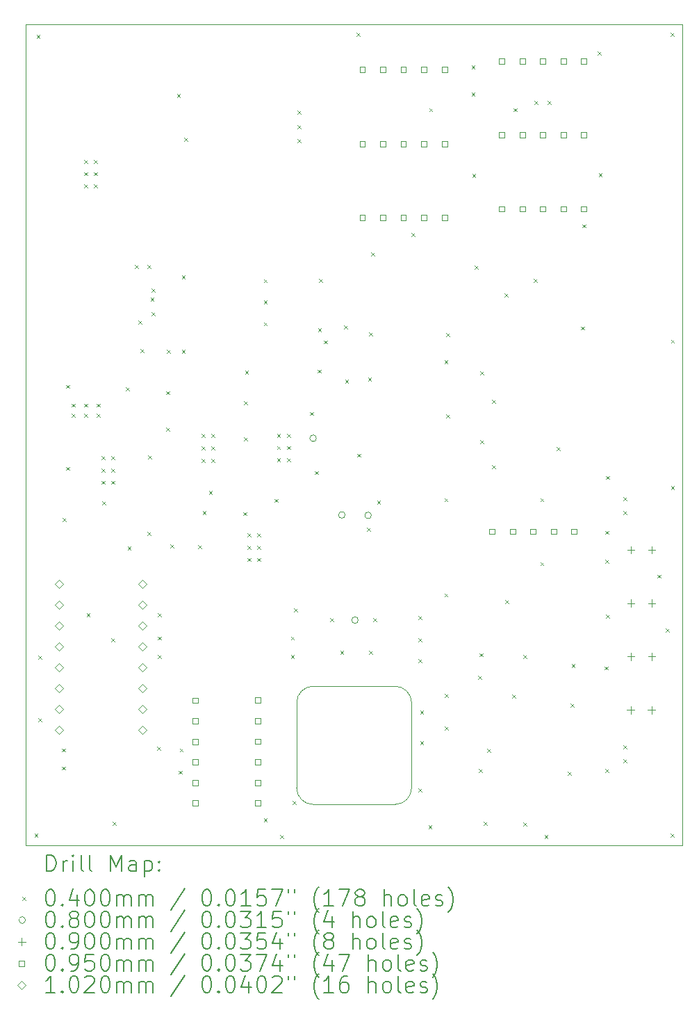
<source format=gbr>
%TF.GenerationSoftware,KiCad,Pcbnew,(6.0.8)*%
%TF.CreationDate,2023-12-15T13:23:07-05:00*%
%TF.ProjectId,main_pcb,6d61696e-5f70-4636-922e-6b696361645f,rev?*%
%TF.SameCoordinates,Original*%
%TF.FileFunction,Drillmap*%
%TF.FilePolarity,Positive*%
%FSLAX45Y45*%
G04 Gerber Fmt 4.5, Leading zero omitted, Abs format (unit mm)*
G04 Created by KiCad (PCBNEW (6.0.8)) date 2023-12-15 13:23:07*
%MOMM*%
%LPD*%
G01*
G04 APERTURE LIST*
%ADD10C,0.100000*%
%ADD11C,0.200000*%
%ADD12C,0.040000*%
%ADD13C,0.080000*%
%ADD14C,0.090000*%
%ADD15C,0.095000*%
%ADD16C,0.102000*%
G04 APERTURE END LIST*
D10*
X8300000Y-14300000D02*
G75*
G03*
X8500000Y-14500000I200000J0D01*
G01*
X13000000Y-15000000D02*
X5000000Y-15000000D01*
X5000000Y-15000000D02*
X5000000Y-5000000D01*
X5000000Y-5000000D02*
X13000000Y-5000000D01*
X13000000Y-5000000D02*
X13000000Y-15000000D01*
X8500000Y-13061420D02*
G75*
G03*
X8300000Y-13261421I0J-200000D01*
G01*
X8500000Y-14500000D02*
X9500000Y-14500000D01*
X9700000Y-14300000D02*
X9700000Y-13261421D01*
X9500000Y-14500000D02*
G75*
G03*
X9700000Y-14300000I0J200000D01*
G01*
X9500000Y-13061421D02*
X8500000Y-13061421D01*
X8300000Y-13261421D02*
X8300000Y-14300000D01*
X9699999Y-13261421D02*
G75*
G03*
X9500000Y-13061421I-199999J1D01*
G01*
D11*
D12*
X5105000Y-14855000D02*
X5145000Y-14895000D01*
X5145000Y-14855000D02*
X5105000Y-14895000D01*
X5130000Y-5130000D02*
X5170000Y-5170000D01*
X5170000Y-5130000D02*
X5130000Y-5170000D01*
X5150000Y-12690000D02*
X5190000Y-12730000D01*
X5190000Y-12690000D02*
X5150000Y-12730000D01*
X5150000Y-13450000D02*
X5190000Y-13490000D01*
X5190000Y-13450000D02*
X5150000Y-13490000D01*
X5440000Y-13820000D02*
X5480000Y-13860000D01*
X5480000Y-13820000D02*
X5440000Y-13860000D01*
X5440000Y-14040000D02*
X5480000Y-14080000D01*
X5480000Y-14040000D02*
X5440000Y-14080000D01*
X5450000Y-11010000D02*
X5490000Y-11050000D01*
X5490000Y-11010000D02*
X5450000Y-11050000D01*
X5490000Y-9390000D02*
X5530000Y-9430000D01*
X5530000Y-9390000D02*
X5490000Y-9430000D01*
X5490000Y-10390000D02*
X5530000Y-10430000D01*
X5530000Y-10390000D02*
X5490000Y-10430000D01*
X5560000Y-9620000D02*
X5600000Y-9660000D01*
X5600000Y-9620000D02*
X5560000Y-9660000D01*
X5560000Y-9740000D02*
X5600000Y-9780000D01*
X5600000Y-9740000D02*
X5560000Y-9780000D01*
X5710000Y-6650000D02*
X5750000Y-6690000D01*
X5750000Y-6650000D02*
X5710000Y-6690000D01*
X5710000Y-6800000D02*
X5750000Y-6840000D01*
X5750000Y-6800000D02*
X5710000Y-6840000D01*
X5710000Y-6950000D02*
X5750000Y-6990000D01*
X5750000Y-6950000D02*
X5710000Y-6990000D01*
X5710000Y-9620000D02*
X5750000Y-9660000D01*
X5750000Y-9620000D02*
X5710000Y-9660000D01*
X5710000Y-9740000D02*
X5750000Y-9780000D01*
X5750000Y-9740000D02*
X5710000Y-9780000D01*
X5740000Y-12170000D02*
X5780000Y-12210000D01*
X5780000Y-12170000D02*
X5740000Y-12210000D01*
X5830000Y-6650000D02*
X5870000Y-6690000D01*
X5870000Y-6650000D02*
X5830000Y-6690000D01*
X5830000Y-6800000D02*
X5870000Y-6840000D01*
X5870000Y-6800000D02*
X5830000Y-6840000D01*
X5830000Y-6950000D02*
X5870000Y-6990000D01*
X5870000Y-6950000D02*
X5830000Y-6990000D01*
X5860000Y-9620000D02*
X5900000Y-9660000D01*
X5900000Y-9620000D02*
X5860000Y-9660000D01*
X5860000Y-9740000D02*
X5900000Y-9780000D01*
X5900000Y-9740000D02*
X5860000Y-9780000D01*
X5920000Y-10260000D02*
X5960000Y-10300000D01*
X5960000Y-10260000D02*
X5920000Y-10300000D01*
X5920000Y-10410000D02*
X5960000Y-10450000D01*
X5960000Y-10410000D02*
X5920000Y-10450000D01*
X5920000Y-10560000D02*
X5960000Y-10600000D01*
X5960000Y-10560000D02*
X5920000Y-10600000D01*
X5930000Y-10810000D02*
X5970000Y-10850000D01*
X5970000Y-10810000D02*
X5930000Y-10850000D01*
X6040000Y-10260000D02*
X6080000Y-10300000D01*
X6080000Y-10260000D02*
X6040000Y-10300000D01*
X6040000Y-10410000D02*
X6080000Y-10450000D01*
X6080000Y-10410000D02*
X6040000Y-10450000D01*
X6040000Y-10560000D02*
X6080000Y-10600000D01*
X6080000Y-10560000D02*
X6040000Y-10600000D01*
X6040000Y-12480000D02*
X6080000Y-12520000D01*
X6080000Y-12480000D02*
X6040000Y-12520000D01*
X6060000Y-14710000D02*
X6100000Y-14750000D01*
X6100000Y-14710000D02*
X6060000Y-14750000D01*
X6220000Y-9420000D02*
X6260000Y-9460000D01*
X6260000Y-9420000D02*
X6220000Y-9460000D01*
X6240000Y-11360000D02*
X6280000Y-11400000D01*
X6280000Y-11360000D02*
X6240000Y-11400000D01*
X6330000Y-7930000D02*
X6370000Y-7970000D01*
X6370000Y-7930000D02*
X6330000Y-7970000D01*
X6369200Y-8606250D02*
X6409200Y-8646250D01*
X6409200Y-8606250D02*
X6369200Y-8646250D01*
X6395000Y-8955000D02*
X6435000Y-8995000D01*
X6435000Y-8955000D02*
X6395000Y-8995000D01*
X6480000Y-7930000D02*
X6520000Y-7970000D01*
X6520000Y-7930000D02*
X6480000Y-7970000D01*
X6480000Y-11180000D02*
X6520000Y-11220000D01*
X6520000Y-11180000D02*
X6480000Y-11220000D01*
X6490000Y-10250000D02*
X6530000Y-10290000D01*
X6530000Y-10250000D02*
X6490000Y-10290000D01*
X6520000Y-8330000D02*
X6560000Y-8370000D01*
X6560000Y-8330000D02*
X6520000Y-8370000D01*
X6530000Y-8218100D02*
X6570000Y-8258100D01*
X6570000Y-8218100D02*
X6530000Y-8258100D01*
X6534300Y-8504300D02*
X6574300Y-8544300D01*
X6574300Y-8504300D02*
X6534300Y-8544300D01*
X6600000Y-13795000D02*
X6640000Y-13835000D01*
X6640000Y-13795000D02*
X6600000Y-13835000D01*
X6605000Y-12455000D02*
X6645000Y-12495000D01*
X6645000Y-12455000D02*
X6605000Y-12495000D01*
X6605000Y-12680000D02*
X6645000Y-12720000D01*
X6645000Y-12680000D02*
X6605000Y-12720000D01*
X6610000Y-12170000D02*
X6650000Y-12210000D01*
X6650000Y-12170000D02*
X6610000Y-12210000D01*
X6710000Y-9910000D02*
X6750000Y-9950000D01*
X6750000Y-9910000D02*
X6710000Y-9950000D01*
X6711000Y-9466900D02*
X6751000Y-9506900D01*
X6751000Y-9466900D02*
X6711000Y-9506900D01*
X6717500Y-8965000D02*
X6757500Y-9005000D01*
X6757500Y-8965000D02*
X6717500Y-9005000D01*
X6761800Y-11333800D02*
X6801800Y-11373800D01*
X6801800Y-11333800D02*
X6761800Y-11373800D01*
X6840000Y-5850000D02*
X6880000Y-5890000D01*
X6880000Y-5850000D02*
X6840000Y-5890000D01*
X6865000Y-14090000D02*
X6905000Y-14130000D01*
X6905000Y-14090000D02*
X6865000Y-14130000D01*
X6875000Y-13820000D02*
X6915000Y-13860000D01*
X6915000Y-13820000D02*
X6875000Y-13860000D01*
X6901250Y-8060000D02*
X6941250Y-8100000D01*
X6941250Y-8060000D02*
X6901250Y-8100000D01*
X6901250Y-8964150D02*
X6941250Y-9004150D01*
X6941250Y-8964150D02*
X6901250Y-9004150D01*
X6930000Y-6380000D02*
X6970000Y-6420000D01*
X6970000Y-6380000D02*
X6930000Y-6420000D01*
X7100000Y-11340000D02*
X7140000Y-11380000D01*
X7140000Y-11340000D02*
X7100000Y-11380000D01*
X7140000Y-9990000D02*
X7180000Y-10030000D01*
X7180000Y-9990000D02*
X7140000Y-10030000D01*
X7140000Y-10140000D02*
X7180000Y-10180000D01*
X7180000Y-10140000D02*
X7140000Y-10180000D01*
X7140000Y-10290000D02*
X7180000Y-10330000D01*
X7180000Y-10290000D02*
X7140000Y-10330000D01*
X7155000Y-10930000D02*
X7195000Y-10970000D01*
X7195000Y-10930000D02*
X7155000Y-10970000D01*
X7230000Y-10680000D02*
X7270000Y-10720000D01*
X7270000Y-10680000D02*
X7230000Y-10720000D01*
X7260000Y-9990000D02*
X7300000Y-10030000D01*
X7300000Y-9990000D02*
X7260000Y-10030000D01*
X7260000Y-10140000D02*
X7300000Y-10180000D01*
X7300000Y-10140000D02*
X7260000Y-10180000D01*
X7260000Y-10290000D02*
X7300000Y-10330000D01*
X7300000Y-10290000D02*
X7260000Y-10330000D01*
X7650000Y-10940000D02*
X7690000Y-10980000D01*
X7690000Y-10940000D02*
X7650000Y-10980000D01*
X7660000Y-9590000D02*
X7700000Y-9630000D01*
X7700000Y-9590000D02*
X7660000Y-9630000D01*
X7660000Y-10030000D02*
X7700000Y-10070000D01*
X7700000Y-10030000D02*
X7660000Y-10070000D01*
X7670000Y-9220000D02*
X7710000Y-9260000D01*
X7710000Y-9220000D02*
X7670000Y-9260000D01*
X7700000Y-11200000D02*
X7740000Y-11240000D01*
X7740000Y-11200000D02*
X7700000Y-11240000D01*
X7700000Y-11350000D02*
X7740000Y-11390000D01*
X7740000Y-11350000D02*
X7700000Y-11390000D01*
X7700000Y-11500000D02*
X7740000Y-11540000D01*
X7740000Y-11500000D02*
X7700000Y-11540000D01*
X7820000Y-11200000D02*
X7860000Y-11240000D01*
X7860000Y-11200000D02*
X7820000Y-11240000D01*
X7820000Y-11350000D02*
X7860000Y-11390000D01*
X7860000Y-11350000D02*
X7820000Y-11390000D01*
X7820000Y-11500000D02*
X7860000Y-11540000D01*
X7860000Y-11500000D02*
X7820000Y-11540000D01*
X7900000Y-8105000D02*
X7940000Y-8145000D01*
X7940000Y-8105000D02*
X7900000Y-8145000D01*
X7900000Y-8360000D02*
X7940000Y-8400000D01*
X7940000Y-8360000D02*
X7900000Y-8400000D01*
X7900000Y-8630000D02*
X7940000Y-8670000D01*
X7940000Y-8630000D02*
X7900000Y-8670000D01*
X7900000Y-14670000D02*
X7940000Y-14710000D01*
X7940000Y-14670000D02*
X7900000Y-14710000D01*
X8030000Y-10780000D02*
X8070000Y-10820000D01*
X8070000Y-10780000D02*
X8030000Y-10820000D01*
X8060000Y-9987000D02*
X8100000Y-10027000D01*
X8100000Y-9987000D02*
X8060000Y-10027000D01*
X8060000Y-10137000D02*
X8100000Y-10177000D01*
X8100000Y-10137000D02*
X8060000Y-10177000D01*
X8060000Y-10287000D02*
X8100000Y-10327000D01*
X8100000Y-10287000D02*
X8060000Y-10327000D01*
X8100000Y-14870000D02*
X8140000Y-14910000D01*
X8140000Y-14870000D02*
X8100000Y-14910000D01*
X8180000Y-9987000D02*
X8220000Y-10027000D01*
X8220000Y-9987000D02*
X8180000Y-10027000D01*
X8180000Y-10137000D02*
X8220000Y-10177000D01*
X8220000Y-10137000D02*
X8180000Y-10177000D01*
X8180000Y-10287000D02*
X8220000Y-10327000D01*
X8220000Y-10287000D02*
X8180000Y-10327000D01*
X8230000Y-12455000D02*
X8270000Y-12495000D01*
X8270000Y-12455000D02*
X8230000Y-12495000D01*
X8230000Y-12680000D02*
X8270000Y-12720000D01*
X8270000Y-12680000D02*
X8230000Y-12720000D01*
X8250000Y-14460000D02*
X8290000Y-14500000D01*
X8290000Y-14460000D02*
X8250000Y-14500000D01*
X8270000Y-12110000D02*
X8310000Y-12150000D01*
X8310000Y-12110000D02*
X8270000Y-12150000D01*
X8310000Y-6050000D02*
X8350000Y-6090000D01*
X8350000Y-6050000D02*
X8310000Y-6090000D01*
X8310000Y-6230000D02*
X8350000Y-6270000D01*
X8350000Y-6230000D02*
X8310000Y-6270000D01*
X8310000Y-6400000D02*
X8350000Y-6440000D01*
X8350000Y-6400000D02*
X8310000Y-6440000D01*
X8460000Y-9720000D02*
X8500000Y-9760000D01*
X8500000Y-9720000D02*
X8460000Y-9760000D01*
X8520000Y-10440000D02*
X8560000Y-10480000D01*
X8560000Y-10440000D02*
X8520000Y-10480000D01*
X8555000Y-9205000D02*
X8595000Y-9245000D01*
X8595000Y-9205000D02*
X8555000Y-9245000D01*
X8560000Y-8700000D02*
X8600000Y-8740000D01*
X8600000Y-8700000D02*
X8560000Y-8740000D01*
X8570000Y-8100000D02*
X8610000Y-8140000D01*
X8610000Y-8100000D02*
X8570000Y-8140000D01*
X8629250Y-8850000D02*
X8669250Y-8890000D01*
X8669250Y-8850000D02*
X8629250Y-8890000D01*
X8710000Y-12230000D02*
X8750000Y-12270000D01*
X8750000Y-12230000D02*
X8710000Y-12270000D01*
X8830000Y-12630000D02*
X8870000Y-12670000D01*
X8870000Y-12630000D02*
X8830000Y-12670000D01*
X8880000Y-8670000D02*
X8920000Y-8710000D01*
X8920000Y-8670000D02*
X8880000Y-8710000D01*
X8890000Y-9330000D02*
X8930000Y-9370000D01*
X8930000Y-9330000D02*
X8890000Y-9370000D01*
X9030000Y-5105000D02*
X9070000Y-5145000D01*
X9070000Y-5105000D02*
X9030000Y-5145000D01*
X9040000Y-10230000D02*
X9080000Y-10270000D01*
X9080000Y-10230000D02*
X9040000Y-10270000D01*
X9155000Y-11130000D02*
X9195000Y-11170000D01*
X9195000Y-11130000D02*
X9155000Y-11170000D01*
X9170000Y-9300000D02*
X9210000Y-9340000D01*
X9210000Y-9300000D02*
X9170000Y-9340000D01*
X9180000Y-8750000D02*
X9220000Y-8790000D01*
X9220000Y-8750000D02*
X9180000Y-8790000D01*
X9180000Y-12630000D02*
X9220000Y-12670000D01*
X9220000Y-12630000D02*
X9180000Y-12670000D01*
X9210000Y-7780000D02*
X9250000Y-7820000D01*
X9250000Y-7780000D02*
X9210000Y-7820000D01*
X9230000Y-12230000D02*
X9270000Y-12270000D01*
X9270000Y-12230000D02*
X9230000Y-12270000D01*
X9280000Y-10800000D02*
X9320000Y-10840000D01*
X9320000Y-10800000D02*
X9280000Y-10840000D01*
X9700000Y-7540000D02*
X9740000Y-7580000D01*
X9740000Y-7540000D02*
X9700000Y-7580000D01*
X9780000Y-12205000D02*
X9820000Y-12245000D01*
X9820000Y-12205000D02*
X9780000Y-12245000D01*
X9780000Y-12480000D02*
X9820000Y-12520000D01*
X9820000Y-12480000D02*
X9780000Y-12520000D01*
X9780000Y-12730000D02*
X9820000Y-12770000D01*
X9820000Y-12730000D02*
X9780000Y-12770000D01*
X9780000Y-14305000D02*
X9820000Y-14345000D01*
X9820000Y-14305000D02*
X9780000Y-14345000D01*
X9805000Y-13355000D02*
X9845000Y-13395000D01*
X9845000Y-13355000D02*
X9805000Y-13395000D01*
X9805000Y-13730000D02*
X9845000Y-13770000D01*
X9845000Y-13730000D02*
X9805000Y-13770000D01*
X9905000Y-14755000D02*
X9945000Y-14795000D01*
X9945000Y-14755000D02*
X9905000Y-14795000D01*
X9915000Y-6020000D02*
X9955000Y-6060000D01*
X9955000Y-6020000D02*
X9915000Y-6060000D01*
X10100000Y-9090000D02*
X10140000Y-9130000D01*
X10140000Y-9090000D02*
X10100000Y-9130000D01*
X10100000Y-10770000D02*
X10140000Y-10810000D01*
X10140000Y-10770000D02*
X10100000Y-10810000D01*
X10100000Y-11930000D02*
X10140000Y-11970000D01*
X10140000Y-11930000D02*
X10100000Y-11970000D01*
X10105000Y-13155000D02*
X10145000Y-13195000D01*
X10145000Y-13155000D02*
X10105000Y-13195000D01*
X10105000Y-13555000D02*
X10145000Y-13595000D01*
X10145000Y-13555000D02*
X10105000Y-13595000D01*
X10120000Y-8760000D02*
X10160000Y-8800000D01*
X10160000Y-8760000D02*
X10120000Y-8800000D01*
X10120000Y-9750000D02*
X10160000Y-9790000D01*
X10160000Y-9750000D02*
X10120000Y-9790000D01*
X10430000Y-5500000D02*
X10470000Y-5540000D01*
X10470000Y-5500000D02*
X10430000Y-5540000D01*
X10430000Y-5830000D02*
X10470000Y-5870000D01*
X10470000Y-5830000D02*
X10430000Y-5870000D01*
X10440000Y-6820000D02*
X10480000Y-6860000D01*
X10480000Y-6820000D02*
X10440000Y-6860000D01*
X10470000Y-7940000D02*
X10510000Y-7980000D01*
X10510000Y-7940000D02*
X10470000Y-7980000D01*
X10508300Y-12934000D02*
X10548300Y-12974000D01*
X10548300Y-12934000D02*
X10508300Y-12974000D01*
X10520000Y-14070000D02*
X10560000Y-14110000D01*
X10560000Y-14070000D02*
X10520000Y-14110000D01*
X10530000Y-12660000D02*
X10570000Y-12700000D01*
X10570000Y-12660000D02*
X10530000Y-12700000D01*
X10533700Y-9225600D02*
X10573700Y-9265600D01*
X10573700Y-9225600D02*
X10533700Y-9265600D01*
X10533700Y-10063800D02*
X10573700Y-10103800D01*
X10573700Y-10063800D02*
X10533700Y-10103800D01*
X10580000Y-14710000D02*
X10620000Y-14750000D01*
X10620000Y-14710000D02*
X10580000Y-14750000D01*
X10622600Y-13823000D02*
X10662600Y-13863000D01*
X10662600Y-13823000D02*
X10622600Y-13863000D01*
X10680000Y-9570000D02*
X10720000Y-9610000D01*
X10720000Y-9570000D02*
X10680000Y-9610000D01*
X10680000Y-10370000D02*
X10720000Y-10410000D01*
X10720000Y-10370000D02*
X10680000Y-10410000D01*
X10830000Y-8280000D02*
X10870000Y-8320000D01*
X10870000Y-8280000D02*
X10830000Y-8320000D01*
X10840000Y-12010000D02*
X10880000Y-12050000D01*
X10880000Y-12010000D02*
X10840000Y-12050000D01*
X10927400Y-13162600D02*
X10967400Y-13202600D01*
X10967400Y-13162600D02*
X10927400Y-13202600D01*
X10945000Y-6020000D02*
X10985000Y-6060000D01*
X10985000Y-6020000D02*
X10945000Y-6060000D01*
X11060000Y-12680000D02*
X11100000Y-12720000D01*
X11100000Y-12680000D02*
X11060000Y-12720000D01*
X11060000Y-14720000D02*
X11100000Y-14760000D01*
X11100000Y-14720000D02*
X11060000Y-14760000D01*
X11190000Y-8100000D02*
X11230000Y-8140000D01*
X11230000Y-8100000D02*
X11190000Y-8140000D01*
X11200000Y-5930000D02*
X11240000Y-5970000D01*
X11240000Y-5930000D02*
X11200000Y-5970000D01*
X11270000Y-10770000D02*
X11310000Y-10810000D01*
X11310000Y-10770000D02*
X11270000Y-10810000D01*
X11270000Y-11550000D02*
X11310000Y-11590000D01*
X11310000Y-11550000D02*
X11270000Y-11590000D01*
X11320000Y-14870000D02*
X11360000Y-14910000D01*
X11360000Y-14870000D02*
X11320000Y-14910000D01*
X11360000Y-5930000D02*
X11400000Y-5970000D01*
X11400000Y-5930000D02*
X11360000Y-5970000D01*
X11470000Y-10150000D02*
X11510000Y-10190000D01*
X11510000Y-10150000D02*
X11470000Y-10190000D01*
X11605000Y-14105000D02*
X11645000Y-14145000D01*
X11645000Y-14105000D02*
X11605000Y-14145000D01*
X11640000Y-13270000D02*
X11680000Y-13310000D01*
X11680000Y-13270000D02*
X11640000Y-13310000D01*
X11650000Y-12790000D02*
X11690000Y-12830000D01*
X11690000Y-12790000D02*
X11650000Y-12830000D01*
X11765000Y-8680000D02*
X11805000Y-8720000D01*
X11805000Y-8680000D02*
X11765000Y-8720000D01*
X11780000Y-7435000D02*
X11820000Y-7475000D01*
X11820000Y-7435000D02*
X11780000Y-7475000D01*
X11970000Y-5330000D02*
X12010000Y-5370000D01*
X12010000Y-5330000D02*
X11970000Y-5370000D01*
X11980000Y-6810000D02*
X12020000Y-6850000D01*
X12020000Y-6810000D02*
X11980000Y-6850000D01*
X12050000Y-12820000D02*
X12090000Y-12860000D01*
X12090000Y-12820000D02*
X12050000Y-12860000D01*
X12060000Y-11170000D02*
X12100000Y-11210000D01*
X12100000Y-11170000D02*
X12060000Y-11210000D01*
X12060000Y-11520000D02*
X12100000Y-11560000D01*
X12100000Y-11520000D02*
X12060000Y-11560000D01*
X12060000Y-14070000D02*
X12100000Y-14110000D01*
X12100000Y-14070000D02*
X12060000Y-14110000D01*
X12070000Y-10500000D02*
X12110000Y-10540000D01*
X12110000Y-10500000D02*
X12070000Y-10540000D01*
X12070000Y-12190000D02*
X12110000Y-12230000D01*
X12110000Y-12190000D02*
X12070000Y-12230000D01*
X12280000Y-10760000D02*
X12320000Y-10800000D01*
X12320000Y-10760000D02*
X12280000Y-10800000D01*
X12280000Y-10930000D02*
X12320000Y-10970000D01*
X12320000Y-10930000D02*
X12280000Y-10970000D01*
X12280000Y-13780000D02*
X12320000Y-13820000D01*
X12320000Y-13780000D02*
X12280000Y-13820000D01*
X12280000Y-13950000D02*
X12320000Y-13990000D01*
X12320000Y-13950000D02*
X12280000Y-13990000D01*
X12692700Y-11702100D02*
X12732700Y-11742100D01*
X12732700Y-11702100D02*
X12692700Y-11742100D01*
X12800000Y-12360000D02*
X12840000Y-12400000D01*
X12840000Y-12360000D02*
X12800000Y-12400000D01*
X12855000Y-5105000D02*
X12895000Y-5145000D01*
X12895000Y-5105000D02*
X12855000Y-5145000D01*
X12855000Y-14855000D02*
X12895000Y-14895000D01*
X12895000Y-14855000D02*
X12855000Y-14895000D01*
X12860000Y-8840000D02*
X12900000Y-8880000D01*
X12900000Y-8840000D02*
X12860000Y-8880000D01*
X12860000Y-10620000D02*
X12900000Y-10660000D01*
X12900000Y-10620000D02*
X12860000Y-10660000D01*
D13*
X8540000Y-10040600D02*
G75*
G03*
X8540000Y-10040600I-40000J0D01*
G01*
X8890000Y-10975000D02*
G75*
G03*
X8890000Y-10975000I-40000J0D01*
G01*
X9050000Y-12255000D02*
G75*
G03*
X9050000Y-12255000I-40000J0D01*
G01*
X9210000Y-10980000D02*
G75*
G03*
X9210000Y-10980000I-40000J0D01*
G01*
D14*
X12371000Y-13305000D02*
X12371000Y-13395000D01*
X12326000Y-13350000D02*
X12416000Y-13350000D01*
X12373500Y-11355000D02*
X12373500Y-11445000D01*
X12328500Y-11400000D02*
X12418500Y-11400000D01*
X12373500Y-12005000D02*
X12373500Y-12095000D01*
X12328500Y-12050000D02*
X12418500Y-12050000D01*
X12373500Y-12655000D02*
X12373500Y-12745000D01*
X12328500Y-12700000D02*
X12418500Y-12700000D01*
X12625000Y-13305000D02*
X12625000Y-13395000D01*
X12580000Y-13350000D02*
X12670000Y-13350000D01*
X12627500Y-11355000D02*
X12627500Y-11445000D01*
X12582500Y-11400000D02*
X12672500Y-11400000D01*
X12627500Y-12005000D02*
X12627500Y-12095000D01*
X12582500Y-12050000D02*
X12672500Y-12050000D01*
X12627500Y-12655000D02*
X12627500Y-12745000D01*
X12582500Y-12700000D02*
X12672500Y-12700000D01*
D15*
X7094788Y-13266988D02*
X7094788Y-13199812D01*
X7027612Y-13199812D01*
X7027612Y-13266988D01*
X7094788Y-13266988D01*
X7094788Y-13516988D02*
X7094788Y-13449812D01*
X7027612Y-13449812D01*
X7027612Y-13516988D01*
X7094788Y-13516988D01*
X7094788Y-13766988D02*
X7094788Y-13699812D01*
X7027612Y-13699812D01*
X7027612Y-13766988D01*
X7094788Y-13766988D01*
X7094788Y-14016988D02*
X7094788Y-13949812D01*
X7027612Y-13949812D01*
X7027612Y-14016988D01*
X7094788Y-14016988D01*
X7094788Y-14266988D02*
X7094788Y-14199812D01*
X7027612Y-14199812D01*
X7027612Y-14266988D01*
X7094788Y-14266988D01*
X7094788Y-14516988D02*
X7094788Y-14449812D01*
X7027612Y-14449812D01*
X7027612Y-14516988D01*
X7094788Y-14516988D01*
X7863568Y-13266828D02*
X7863568Y-13199652D01*
X7796392Y-13199652D01*
X7796392Y-13266828D01*
X7863568Y-13266828D01*
X7863568Y-13516828D02*
X7863568Y-13449652D01*
X7796392Y-13449652D01*
X7796392Y-13516828D01*
X7863568Y-13516828D01*
X7863568Y-13766828D02*
X7863568Y-13699652D01*
X7796392Y-13699652D01*
X7796392Y-13766828D01*
X7863568Y-13766828D01*
X7863568Y-14016828D02*
X7863568Y-13949652D01*
X7796392Y-13949652D01*
X7796392Y-14016828D01*
X7863568Y-14016828D01*
X7863568Y-14266828D02*
X7863568Y-14199652D01*
X7796392Y-14199652D01*
X7796392Y-14266828D01*
X7863568Y-14266828D01*
X7863568Y-14516828D02*
X7863568Y-14449652D01*
X7796392Y-14449652D01*
X7796392Y-14516828D01*
X7863568Y-14516828D01*
X9133588Y-5586088D02*
X9133588Y-5518912D01*
X9066412Y-5518912D01*
X9066412Y-5586088D01*
X9133588Y-5586088D01*
X9133588Y-6486088D02*
X9133588Y-6418912D01*
X9066412Y-6418912D01*
X9066412Y-6486088D01*
X9133588Y-6486088D01*
X9133588Y-7386088D02*
X9133588Y-7318912D01*
X9066412Y-7318912D01*
X9066412Y-7386088D01*
X9133588Y-7386088D01*
X9383588Y-5586088D02*
X9383588Y-5518912D01*
X9316412Y-5518912D01*
X9316412Y-5586088D01*
X9383588Y-5586088D01*
X9383588Y-6486088D02*
X9383588Y-6418912D01*
X9316412Y-6418912D01*
X9316412Y-6486088D01*
X9383588Y-6486088D01*
X9383588Y-7386088D02*
X9383588Y-7318912D01*
X9316412Y-7318912D01*
X9316412Y-7386088D01*
X9383588Y-7386088D01*
X9633588Y-5586088D02*
X9633588Y-5518912D01*
X9566412Y-5518912D01*
X9566412Y-5586088D01*
X9633588Y-5586088D01*
X9633588Y-6486088D02*
X9633588Y-6418912D01*
X9566412Y-6418912D01*
X9566412Y-6486088D01*
X9633588Y-6486088D01*
X9633588Y-7386088D02*
X9633588Y-7318912D01*
X9566412Y-7318912D01*
X9566412Y-7386088D01*
X9633588Y-7386088D01*
X9883588Y-5586088D02*
X9883588Y-5518912D01*
X9816412Y-5518912D01*
X9816412Y-5586088D01*
X9883588Y-5586088D01*
X9883588Y-6486088D02*
X9883588Y-6418912D01*
X9816412Y-6418912D01*
X9816412Y-6486088D01*
X9883588Y-6486088D01*
X9883588Y-7386088D02*
X9883588Y-7318912D01*
X9816412Y-7318912D01*
X9816412Y-7386088D01*
X9883588Y-7386088D01*
X10133588Y-5586088D02*
X10133588Y-5518912D01*
X10066412Y-5518912D01*
X10066412Y-5586088D01*
X10133588Y-5586088D01*
X10133588Y-6486088D02*
X10133588Y-6418912D01*
X10066412Y-6418912D01*
X10066412Y-6486088D01*
X10133588Y-6486088D01*
X10133588Y-7386088D02*
X10133588Y-7318912D01*
X10066412Y-7318912D01*
X10066412Y-7386088D01*
X10133588Y-7386088D01*
X10713588Y-11209588D02*
X10713588Y-11142412D01*
X10646412Y-11142412D01*
X10646412Y-11209588D01*
X10713588Y-11209588D01*
X10833588Y-5481088D02*
X10833588Y-5413912D01*
X10766412Y-5413912D01*
X10766412Y-5481088D01*
X10833588Y-5481088D01*
X10833588Y-6381088D02*
X10833588Y-6313912D01*
X10766412Y-6313912D01*
X10766412Y-6381088D01*
X10833588Y-6381088D01*
X10833588Y-7281088D02*
X10833588Y-7213912D01*
X10766412Y-7213912D01*
X10766412Y-7281088D01*
X10833588Y-7281088D01*
X10963588Y-11209588D02*
X10963588Y-11142412D01*
X10896412Y-11142412D01*
X10896412Y-11209588D01*
X10963588Y-11209588D01*
X11083588Y-5481088D02*
X11083588Y-5413912D01*
X11016412Y-5413912D01*
X11016412Y-5481088D01*
X11083588Y-5481088D01*
X11083588Y-6381088D02*
X11083588Y-6313912D01*
X11016412Y-6313912D01*
X11016412Y-6381088D01*
X11083588Y-6381088D01*
X11083588Y-7281088D02*
X11083588Y-7213912D01*
X11016412Y-7213912D01*
X11016412Y-7281088D01*
X11083588Y-7281088D01*
X11213588Y-11209588D02*
X11213588Y-11142412D01*
X11146412Y-11142412D01*
X11146412Y-11209588D01*
X11213588Y-11209588D01*
X11333588Y-5481088D02*
X11333588Y-5413912D01*
X11266412Y-5413912D01*
X11266412Y-5481088D01*
X11333588Y-5481088D01*
X11333588Y-6381088D02*
X11333588Y-6313912D01*
X11266412Y-6313912D01*
X11266412Y-6381088D01*
X11333588Y-6381088D01*
X11333588Y-7281088D02*
X11333588Y-7213912D01*
X11266412Y-7213912D01*
X11266412Y-7281088D01*
X11333588Y-7281088D01*
X11463588Y-11209588D02*
X11463588Y-11142412D01*
X11396412Y-11142412D01*
X11396412Y-11209588D01*
X11463588Y-11209588D01*
X11583588Y-5481088D02*
X11583588Y-5413912D01*
X11516412Y-5413912D01*
X11516412Y-5481088D01*
X11583588Y-5481088D01*
X11583588Y-6381088D02*
X11583588Y-6313912D01*
X11516412Y-6313912D01*
X11516412Y-6381088D01*
X11583588Y-6381088D01*
X11583588Y-7281088D02*
X11583588Y-7213912D01*
X11516412Y-7213912D01*
X11516412Y-7281088D01*
X11583588Y-7281088D01*
X11713588Y-11209588D02*
X11713588Y-11142412D01*
X11646412Y-11142412D01*
X11646412Y-11209588D01*
X11713588Y-11209588D01*
X11833588Y-5481088D02*
X11833588Y-5413912D01*
X11766412Y-5413912D01*
X11766412Y-5481088D01*
X11833588Y-5481088D01*
X11833588Y-6381088D02*
X11833588Y-6313912D01*
X11766412Y-6313912D01*
X11766412Y-6381088D01*
X11833588Y-6381088D01*
X11833588Y-7281088D02*
X11833588Y-7213912D01*
X11766412Y-7213912D01*
X11766412Y-7281088D01*
X11833588Y-7281088D01*
D16*
X5400900Y-11866700D02*
X5451900Y-11815700D01*
X5400900Y-11764700D01*
X5349900Y-11815700D01*
X5400900Y-11866700D01*
X5400900Y-12120700D02*
X5451900Y-12069700D01*
X5400900Y-12018700D01*
X5349900Y-12069700D01*
X5400900Y-12120700D01*
X5400900Y-12374700D02*
X5451900Y-12323700D01*
X5400900Y-12272700D01*
X5349900Y-12323700D01*
X5400900Y-12374700D01*
X5400900Y-12628700D02*
X5451900Y-12577700D01*
X5400900Y-12526700D01*
X5349900Y-12577700D01*
X5400900Y-12628700D01*
X5400900Y-12882700D02*
X5451900Y-12831700D01*
X5400900Y-12780700D01*
X5349900Y-12831700D01*
X5400900Y-12882700D01*
X5400900Y-13136700D02*
X5451900Y-13085700D01*
X5400900Y-13034700D01*
X5349900Y-13085700D01*
X5400900Y-13136700D01*
X5400900Y-13390700D02*
X5451900Y-13339700D01*
X5400900Y-13288700D01*
X5349900Y-13339700D01*
X5400900Y-13390700D01*
X5400900Y-13644700D02*
X5451900Y-13593700D01*
X5400900Y-13542700D01*
X5349900Y-13593700D01*
X5400900Y-13644700D01*
X6416900Y-11866700D02*
X6467900Y-11815700D01*
X6416900Y-11764700D01*
X6365900Y-11815700D01*
X6416900Y-11866700D01*
X6416900Y-12120700D02*
X6467900Y-12069700D01*
X6416900Y-12018700D01*
X6365900Y-12069700D01*
X6416900Y-12120700D01*
X6416900Y-12374700D02*
X6467900Y-12323700D01*
X6416900Y-12272700D01*
X6365900Y-12323700D01*
X6416900Y-12374700D01*
X6416900Y-12628700D02*
X6467900Y-12577700D01*
X6416900Y-12526700D01*
X6365900Y-12577700D01*
X6416900Y-12628700D01*
X6416900Y-12882700D02*
X6467900Y-12831700D01*
X6416900Y-12780700D01*
X6365900Y-12831700D01*
X6416900Y-12882700D01*
X6416900Y-13136700D02*
X6467900Y-13085700D01*
X6416900Y-13034700D01*
X6365900Y-13085700D01*
X6416900Y-13136700D01*
X6416900Y-13390700D02*
X6467900Y-13339700D01*
X6416900Y-13288700D01*
X6365900Y-13339700D01*
X6416900Y-13390700D01*
X6416900Y-13644700D02*
X6467900Y-13593700D01*
X6416900Y-13542700D01*
X6365900Y-13593700D01*
X6416900Y-13644700D01*
D11*
X5252619Y-15315476D02*
X5252619Y-15115476D01*
X5300238Y-15115476D01*
X5328810Y-15125000D01*
X5347857Y-15144048D01*
X5357381Y-15163095D01*
X5366905Y-15201190D01*
X5366905Y-15229762D01*
X5357381Y-15267857D01*
X5347857Y-15286905D01*
X5328810Y-15305952D01*
X5300238Y-15315476D01*
X5252619Y-15315476D01*
X5452619Y-15315476D02*
X5452619Y-15182143D01*
X5452619Y-15220238D02*
X5462143Y-15201190D01*
X5471667Y-15191667D01*
X5490714Y-15182143D01*
X5509762Y-15182143D01*
X5576429Y-15315476D02*
X5576429Y-15182143D01*
X5576429Y-15115476D02*
X5566905Y-15125000D01*
X5576429Y-15134524D01*
X5585952Y-15125000D01*
X5576429Y-15115476D01*
X5576429Y-15134524D01*
X5700238Y-15315476D02*
X5681190Y-15305952D01*
X5671667Y-15286905D01*
X5671667Y-15115476D01*
X5805000Y-15315476D02*
X5785952Y-15305952D01*
X5776428Y-15286905D01*
X5776428Y-15115476D01*
X6033571Y-15315476D02*
X6033571Y-15115476D01*
X6100238Y-15258333D01*
X6166905Y-15115476D01*
X6166905Y-15315476D01*
X6347857Y-15315476D02*
X6347857Y-15210714D01*
X6338333Y-15191667D01*
X6319286Y-15182143D01*
X6281190Y-15182143D01*
X6262143Y-15191667D01*
X6347857Y-15305952D02*
X6328809Y-15315476D01*
X6281190Y-15315476D01*
X6262143Y-15305952D01*
X6252619Y-15286905D01*
X6252619Y-15267857D01*
X6262143Y-15248809D01*
X6281190Y-15239286D01*
X6328809Y-15239286D01*
X6347857Y-15229762D01*
X6443095Y-15182143D02*
X6443095Y-15382143D01*
X6443095Y-15191667D02*
X6462143Y-15182143D01*
X6500238Y-15182143D01*
X6519286Y-15191667D01*
X6528809Y-15201190D01*
X6538333Y-15220238D01*
X6538333Y-15277381D01*
X6528809Y-15296428D01*
X6519286Y-15305952D01*
X6500238Y-15315476D01*
X6462143Y-15315476D01*
X6443095Y-15305952D01*
X6624048Y-15296428D02*
X6633571Y-15305952D01*
X6624048Y-15315476D01*
X6614524Y-15305952D01*
X6624048Y-15296428D01*
X6624048Y-15315476D01*
X6624048Y-15191667D02*
X6633571Y-15201190D01*
X6624048Y-15210714D01*
X6614524Y-15201190D01*
X6624048Y-15191667D01*
X6624048Y-15210714D01*
D12*
X4955000Y-15625000D02*
X4995000Y-15665000D01*
X4995000Y-15625000D02*
X4955000Y-15665000D01*
D11*
X5290714Y-15535476D02*
X5309762Y-15535476D01*
X5328810Y-15545000D01*
X5338333Y-15554524D01*
X5347857Y-15573571D01*
X5357381Y-15611667D01*
X5357381Y-15659286D01*
X5347857Y-15697381D01*
X5338333Y-15716428D01*
X5328810Y-15725952D01*
X5309762Y-15735476D01*
X5290714Y-15735476D01*
X5271667Y-15725952D01*
X5262143Y-15716428D01*
X5252619Y-15697381D01*
X5243095Y-15659286D01*
X5243095Y-15611667D01*
X5252619Y-15573571D01*
X5262143Y-15554524D01*
X5271667Y-15545000D01*
X5290714Y-15535476D01*
X5443095Y-15716428D02*
X5452619Y-15725952D01*
X5443095Y-15735476D01*
X5433571Y-15725952D01*
X5443095Y-15716428D01*
X5443095Y-15735476D01*
X5624048Y-15602143D02*
X5624048Y-15735476D01*
X5576429Y-15525952D02*
X5528810Y-15668809D01*
X5652619Y-15668809D01*
X5766905Y-15535476D02*
X5785952Y-15535476D01*
X5805000Y-15545000D01*
X5814524Y-15554524D01*
X5824048Y-15573571D01*
X5833571Y-15611667D01*
X5833571Y-15659286D01*
X5824048Y-15697381D01*
X5814524Y-15716428D01*
X5805000Y-15725952D01*
X5785952Y-15735476D01*
X5766905Y-15735476D01*
X5747857Y-15725952D01*
X5738333Y-15716428D01*
X5728809Y-15697381D01*
X5719286Y-15659286D01*
X5719286Y-15611667D01*
X5728809Y-15573571D01*
X5738333Y-15554524D01*
X5747857Y-15545000D01*
X5766905Y-15535476D01*
X5957381Y-15535476D02*
X5976428Y-15535476D01*
X5995476Y-15545000D01*
X6005000Y-15554524D01*
X6014524Y-15573571D01*
X6024048Y-15611667D01*
X6024048Y-15659286D01*
X6014524Y-15697381D01*
X6005000Y-15716428D01*
X5995476Y-15725952D01*
X5976428Y-15735476D01*
X5957381Y-15735476D01*
X5938333Y-15725952D01*
X5928809Y-15716428D01*
X5919286Y-15697381D01*
X5909762Y-15659286D01*
X5909762Y-15611667D01*
X5919286Y-15573571D01*
X5928809Y-15554524D01*
X5938333Y-15545000D01*
X5957381Y-15535476D01*
X6109762Y-15735476D02*
X6109762Y-15602143D01*
X6109762Y-15621190D02*
X6119286Y-15611667D01*
X6138333Y-15602143D01*
X6166905Y-15602143D01*
X6185952Y-15611667D01*
X6195476Y-15630714D01*
X6195476Y-15735476D01*
X6195476Y-15630714D02*
X6205000Y-15611667D01*
X6224048Y-15602143D01*
X6252619Y-15602143D01*
X6271667Y-15611667D01*
X6281190Y-15630714D01*
X6281190Y-15735476D01*
X6376428Y-15735476D02*
X6376428Y-15602143D01*
X6376428Y-15621190D02*
X6385952Y-15611667D01*
X6405000Y-15602143D01*
X6433571Y-15602143D01*
X6452619Y-15611667D01*
X6462143Y-15630714D01*
X6462143Y-15735476D01*
X6462143Y-15630714D02*
X6471667Y-15611667D01*
X6490714Y-15602143D01*
X6519286Y-15602143D01*
X6538333Y-15611667D01*
X6547857Y-15630714D01*
X6547857Y-15735476D01*
X6938333Y-15525952D02*
X6766905Y-15783095D01*
X7195476Y-15535476D02*
X7214524Y-15535476D01*
X7233571Y-15545000D01*
X7243095Y-15554524D01*
X7252619Y-15573571D01*
X7262143Y-15611667D01*
X7262143Y-15659286D01*
X7252619Y-15697381D01*
X7243095Y-15716428D01*
X7233571Y-15725952D01*
X7214524Y-15735476D01*
X7195476Y-15735476D01*
X7176428Y-15725952D01*
X7166905Y-15716428D01*
X7157381Y-15697381D01*
X7147857Y-15659286D01*
X7147857Y-15611667D01*
X7157381Y-15573571D01*
X7166905Y-15554524D01*
X7176428Y-15545000D01*
X7195476Y-15535476D01*
X7347857Y-15716428D02*
X7357381Y-15725952D01*
X7347857Y-15735476D01*
X7338333Y-15725952D01*
X7347857Y-15716428D01*
X7347857Y-15735476D01*
X7481190Y-15535476D02*
X7500238Y-15535476D01*
X7519286Y-15545000D01*
X7528809Y-15554524D01*
X7538333Y-15573571D01*
X7547857Y-15611667D01*
X7547857Y-15659286D01*
X7538333Y-15697381D01*
X7528809Y-15716428D01*
X7519286Y-15725952D01*
X7500238Y-15735476D01*
X7481190Y-15735476D01*
X7462143Y-15725952D01*
X7452619Y-15716428D01*
X7443095Y-15697381D01*
X7433571Y-15659286D01*
X7433571Y-15611667D01*
X7443095Y-15573571D01*
X7452619Y-15554524D01*
X7462143Y-15545000D01*
X7481190Y-15535476D01*
X7738333Y-15735476D02*
X7624048Y-15735476D01*
X7681190Y-15735476D02*
X7681190Y-15535476D01*
X7662143Y-15564048D01*
X7643095Y-15583095D01*
X7624048Y-15592619D01*
X7919286Y-15535476D02*
X7824048Y-15535476D01*
X7814524Y-15630714D01*
X7824048Y-15621190D01*
X7843095Y-15611667D01*
X7890714Y-15611667D01*
X7909762Y-15621190D01*
X7919286Y-15630714D01*
X7928809Y-15649762D01*
X7928809Y-15697381D01*
X7919286Y-15716428D01*
X7909762Y-15725952D01*
X7890714Y-15735476D01*
X7843095Y-15735476D01*
X7824048Y-15725952D01*
X7814524Y-15716428D01*
X7995476Y-15535476D02*
X8128809Y-15535476D01*
X8043095Y-15735476D01*
X8195476Y-15535476D02*
X8195476Y-15573571D01*
X8271667Y-15535476D02*
X8271667Y-15573571D01*
X8566905Y-15811667D02*
X8557381Y-15802143D01*
X8538333Y-15773571D01*
X8528810Y-15754524D01*
X8519286Y-15725952D01*
X8509762Y-15678333D01*
X8509762Y-15640238D01*
X8519286Y-15592619D01*
X8528810Y-15564048D01*
X8538333Y-15545000D01*
X8557381Y-15516428D01*
X8566905Y-15506905D01*
X8747857Y-15735476D02*
X8633571Y-15735476D01*
X8690714Y-15735476D02*
X8690714Y-15535476D01*
X8671667Y-15564048D01*
X8652619Y-15583095D01*
X8633571Y-15592619D01*
X8814524Y-15535476D02*
X8947857Y-15535476D01*
X8862143Y-15735476D01*
X9052619Y-15621190D02*
X9033571Y-15611667D01*
X9024048Y-15602143D01*
X9014524Y-15583095D01*
X9014524Y-15573571D01*
X9024048Y-15554524D01*
X9033571Y-15545000D01*
X9052619Y-15535476D01*
X9090714Y-15535476D01*
X9109762Y-15545000D01*
X9119286Y-15554524D01*
X9128810Y-15573571D01*
X9128810Y-15583095D01*
X9119286Y-15602143D01*
X9109762Y-15611667D01*
X9090714Y-15621190D01*
X9052619Y-15621190D01*
X9033571Y-15630714D01*
X9024048Y-15640238D01*
X9014524Y-15659286D01*
X9014524Y-15697381D01*
X9024048Y-15716428D01*
X9033571Y-15725952D01*
X9052619Y-15735476D01*
X9090714Y-15735476D01*
X9109762Y-15725952D01*
X9119286Y-15716428D01*
X9128810Y-15697381D01*
X9128810Y-15659286D01*
X9119286Y-15640238D01*
X9109762Y-15630714D01*
X9090714Y-15621190D01*
X9366905Y-15735476D02*
X9366905Y-15535476D01*
X9452619Y-15735476D02*
X9452619Y-15630714D01*
X9443095Y-15611667D01*
X9424048Y-15602143D01*
X9395476Y-15602143D01*
X9376429Y-15611667D01*
X9366905Y-15621190D01*
X9576429Y-15735476D02*
X9557381Y-15725952D01*
X9547857Y-15716428D01*
X9538333Y-15697381D01*
X9538333Y-15640238D01*
X9547857Y-15621190D01*
X9557381Y-15611667D01*
X9576429Y-15602143D01*
X9605000Y-15602143D01*
X9624048Y-15611667D01*
X9633571Y-15621190D01*
X9643095Y-15640238D01*
X9643095Y-15697381D01*
X9633571Y-15716428D01*
X9624048Y-15725952D01*
X9605000Y-15735476D01*
X9576429Y-15735476D01*
X9757381Y-15735476D02*
X9738333Y-15725952D01*
X9728810Y-15706905D01*
X9728810Y-15535476D01*
X9909762Y-15725952D02*
X9890714Y-15735476D01*
X9852619Y-15735476D01*
X9833571Y-15725952D01*
X9824048Y-15706905D01*
X9824048Y-15630714D01*
X9833571Y-15611667D01*
X9852619Y-15602143D01*
X9890714Y-15602143D01*
X9909762Y-15611667D01*
X9919286Y-15630714D01*
X9919286Y-15649762D01*
X9824048Y-15668809D01*
X9995476Y-15725952D02*
X10014524Y-15735476D01*
X10052619Y-15735476D01*
X10071667Y-15725952D01*
X10081190Y-15706905D01*
X10081190Y-15697381D01*
X10071667Y-15678333D01*
X10052619Y-15668809D01*
X10024048Y-15668809D01*
X10005000Y-15659286D01*
X9995476Y-15640238D01*
X9995476Y-15630714D01*
X10005000Y-15611667D01*
X10024048Y-15602143D01*
X10052619Y-15602143D01*
X10071667Y-15611667D01*
X10147857Y-15811667D02*
X10157381Y-15802143D01*
X10176429Y-15773571D01*
X10185952Y-15754524D01*
X10195476Y-15725952D01*
X10205000Y-15678333D01*
X10205000Y-15640238D01*
X10195476Y-15592619D01*
X10185952Y-15564048D01*
X10176429Y-15545000D01*
X10157381Y-15516428D01*
X10147857Y-15506905D01*
D13*
X4995000Y-15909000D02*
G75*
G03*
X4995000Y-15909000I-40000J0D01*
G01*
D11*
X5290714Y-15799476D02*
X5309762Y-15799476D01*
X5328810Y-15809000D01*
X5338333Y-15818524D01*
X5347857Y-15837571D01*
X5357381Y-15875667D01*
X5357381Y-15923286D01*
X5347857Y-15961381D01*
X5338333Y-15980428D01*
X5328810Y-15989952D01*
X5309762Y-15999476D01*
X5290714Y-15999476D01*
X5271667Y-15989952D01*
X5262143Y-15980428D01*
X5252619Y-15961381D01*
X5243095Y-15923286D01*
X5243095Y-15875667D01*
X5252619Y-15837571D01*
X5262143Y-15818524D01*
X5271667Y-15809000D01*
X5290714Y-15799476D01*
X5443095Y-15980428D02*
X5452619Y-15989952D01*
X5443095Y-15999476D01*
X5433571Y-15989952D01*
X5443095Y-15980428D01*
X5443095Y-15999476D01*
X5566905Y-15885190D02*
X5547857Y-15875667D01*
X5538333Y-15866143D01*
X5528810Y-15847095D01*
X5528810Y-15837571D01*
X5538333Y-15818524D01*
X5547857Y-15809000D01*
X5566905Y-15799476D01*
X5605000Y-15799476D01*
X5624048Y-15809000D01*
X5633571Y-15818524D01*
X5643095Y-15837571D01*
X5643095Y-15847095D01*
X5633571Y-15866143D01*
X5624048Y-15875667D01*
X5605000Y-15885190D01*
X5566905Y-15885190D01*
X5547857Y-15894714D01*
X5538333Y-15904238D01*
X5528810Y-15923286D01*
X5528810Y-15961381D01*
X5538333Y-15980428D01*
X5547857Y-15989952D01*
X5566905Y-15999476D01*
X5605000Y-15999476D01*
X5624048Y-15989952D01*
X5633571Y-15980428D01*
X5643095Y-15961381D01*
X5643095Y-15923286D01*
X5633571Y-15904238D01*
X5624048Y-15894714D01*
X5605000Y-15885190D01*
X5766905Y-15799476D02*
X5785952Y-15799476D01*
X5805000Y-15809000D01*
X5814524Y-15818524D01*
X5824048Y-15837571D01*
X5833571Y-15875667D01*
X5833571Y-15923286D01*
X5824048Y-15961381D01*
X5814524Y-15980428D01*
X5805000Y-15989952D01*
X5785952Y-15999476D01*
X5766905Y-15999476D01*
X5747857Y-15989952D01*
X5738333Y-15980428D01*
X5728809Y-15961381D01*
X5719286Y-15923286D01*
X5719286Y-15875667D01*
X5728809Y-15837571D01*
X5738333Y-15818524D01*
X5747857Y-15809000D01*
X5766905Y-15799476D01*
X5957381Y-15799476D02*
X5976428Y-15799476D01*
X5995476Y-15809000D01*
X6005000Y-15818524D01*
X6014524Y-15837571D01*
X6024048Y-15875667D01*
X6024048Y-15923286D01*
X6014524Y-15961381D01*
X6005000Y-15980428D01*
X5995476Y-15989952D01*
X5976428Y-15999476D01*
X5957381Y-15999476D01*
X5938333Y-15989952D01*
X5928809Y-15980428D01*
X5919286Y-15961381D01*
X5909762Y-15923286D01*
X5909762Y-15875667D01*
X5919286Y-15837571D01*
X5928809Y-15818524D01*
X5938333Y-15809000D01*
X5957381Y-15799476D01*
X6109762Y-15999476D02*
X6109762Y-15866143D01*
X6109762Y-15885190D02*
X6119286Y-15875667D01*
X6138333Y-15866143D01*
X6166905Y-15866143D01*
X6185952Y-15875667D01*
X6195476Y-15894714D01*
X6195476Y-15999476D01*
X6195476Y-15894714D02*
X6205000Y-15875667D01*
X6224048Y-15866143D01*
X6252619Y-15866143D01*
X6271667Y-15875667D01*
X6281190Y-15894714D01*
X6281190Y-15999476D01*
X6376428Y-15999476D02*
X6376428Y-15866143D01*
X6376428Y-15885190D02*
X6385952Y-15875667D01*
X6405000Y-15866143D01*
X6433571Y-15866143D01*
X6452619Y-15875667D01*
X6462143Y-15894714D01*
X6462143Y-15999476D01*
X6462143Y-15894714D02*
X6471667Y-15875667D01*
X6490714Y-15866143D01*
X6519286Y-15866143D01*
X6538333Y-15875667D01*
X6547857Y-15894714D01*
X6547857Y-15999476D01*
X6938333Y-15789952D02*
X6766905Y-16047095D01*
X7195476Y-15799476D02*
X7214524Y-15799476D01*
X7233571Y-15809000D01*
X7243095Y-15818524D01*
X7252619Y-15837571D01*
X7262143Y-15875667D01*
X7262143Y-15923286D01*
X7252619Y-15961381D01*
X7243095Y-15980428D01*
X7233571Y-15989952D01*
X7214524Y-15999476D01*
X7195476Y-15999476D01*
X7176428Y-15989952D01*
X7166905Y-15980428D01*
X7157381Y-15961381D01*
X7147857Y-15923286D01*
X7147857Y-15875667D01*
X7157381Y-15837571D01*
X7166905Y-15818524D01*
X7176428Y-15809000D01*
X7195476Y-15799476D01*
X7347857Y-15980428D02*
X7357381Y-15989952D01*
X7347857Y-15999476D01*
X7338333Y-15989952D01*
X7347857Y-15980428D01*
X7347857Y-15999476D01*
X7481190Y-15799476D02*
X7500238Y-15799476D01*
X7519286Y-15809000D01*
X7528809Y-15818524D01*
X7538333Y-15837571D01*
X7547857Y-15875667D01*
X7547857Y-15923286D01*
X7538333Y-15961381D01*
X7528809Y-15980428D01*
X7519286Y-15989952D01*
X7500238Y-15999476D01*
X7481190Y-15999476D01*
X7462143Y-15989952D01*
X7452619Y-15980428D01*
X7443095Y-15961381D01*
X7433571Y-15923286D01*
X7433571Y-15875667D01*
X7443095Y-15837571D01*
X7452619Y-15818524D01*
X7462143Y-15809000D01*
X7481190Y-15799476D01*
X7614524Y-15799476D02*
X7738333Y-15799476D01*
X7671667Y-15875667D01*
X7700238Y-15875667D01*
X7719286Y-15885190D01*
X7728809Y-15894714D01*
X7738333Y-15913762D01*
X7738333Y-15961381D01*
X7728809Y-15980428D01*
X7719286Y-15989952D01*
X7700238Y-15999476D01*
X7643095Y-15999476D01*
X7624048Y-15989952D01*
X7614524Y-15980428D01*
X7928809Y-15999476D02*
X7814524Y-15999476D01*
X7871667Y-15999476D02*
X7871667Y-15799476D01*
X7852619Y-15828048D01*
X7833571Y-15847095D01*
X7814524Y-15856619D01*
X8109762Y-15799476D02*
X8014524Y-15799476D01*
X8005000Y-15894714D01*
X8014524Y-15885190D01*
X8033571Y-15875667D01*
X8081190Y-15875667D01*
X8100238Y-15885190D01*
X8109762Y-15894714D01*
X8119286Y-15913762D01*
X8119286Y-15961381D01*
X8109762Y-15980428D01*
X8100238Y-15989952D01*
X8081190Y-15999476D01*
X8033571Y-15999476D01*
X8014524Y-15989952D01*
X8005000Y-15980428D01*
X8195476Y-15799476D02*
X8195476Y-15837571D01*
X8271667Y-15799476D02*
X8271667Y-15837571D01*
X8566905Y-16075667D02*
X8557381Y-16066143D01*
X8538333Y-16037571D01*
X8528810Y-16018524D01*
X8519286Y-15989952D01*
X8509762Y-15942333D01*
X8509762Y-15904238D01*
X8519286Y-15856619D01*
X8528810Y-15828048D01*
X8538333Y-15809000D01*
X8557381Y-15780428D01*
X8566905Y-15770905D01*
X8728810Y-15866143D02*
X8728810Y-15999476D01*
X8681190Y-15789952D02*
X8633571Y-15932809D01*
X8757381Y-15932809D01*
X8985952Y-15999476D02*
X8985952Y-15799476D01*
X9071667Y-15999476D02*
X9071667Y-15894714D01*
X9062143Y-15875667D01*
X9043095Y-15866143D01*
X9014524Y-15866143D01*
X8995476Y-15875667D01*
X8985952Y-15885190D01*
X9195476Y-15999476D02*
X9176429Y-15989952D01*
X9166905Y-15980428D01*
X9157381Y-15961381D01*
X9157381Y-15904238D01*
X9166905Y-15885190D01*
X9176429Y-15875667D01*
X9195476Y-15866143D01*
X9224048Y-15866143D01*
X9243095Y-15875667D01*
X9252619Y-15885190D01*
X9262143Y-15904238D01*
X9262143Y-15961381D01*
X9252619Y-15980428D01*
X9243095Y-15989952D01*
X9224048Y-15999476D01*
X9195476Y-15999476D01*
X9376429Y-15999476D02*
X9357381Y-15989952D01*
X9347857Y-15970905D01*
X9347857Y-15799476D01*
X9528810Y-15989952D02*
X9509762Y-15999476D01*
X9471667Y-15999476D01*
X9452619Y-15989952D01*
X9443095Y-15970905D01*
X9443095Y-15894714D01*
X9452619Y-15875667D01*
X9471667Y-15866143D01*
X9509762Y-15866143D01*
X9528810Y-15875667D01*
X9538333Y-15894714D01*
X9538333Y-15913762D01*
X9443095Y-15932809D01*
X9614524Y-15989952D02*
X9633571Y-15999476D01*
X9671667Y-15999476D01*
X9690714Y-15989952D01*
X9700238Y-15970905D01*
X9700238Y-15961381D01*
X9690714Y-15942333D01*
X9671667Y-15932809D01*
X9643095Y-15932809D01*
X9624048Y-15923286D01*
X9614524Y-15904238D01*
X9614524Y-15894714D01*
X9624048Y-15875667D01*
X9643095Y-15866143D01*
X9671667Y-15866143D01*
X9690714Y-15875667D01*
X9766905Y-16075667D02*
X9776429Y-16066143D01*
X9795476Y-16037571D01*
X9805000Y-16018524D01*
X9814524Y-15989952D01*
X9824048Y-15942333D01*
X9824048Y-15904238D01*
X9814524Y-15856619D01*
X9805000Y-15828048D01*
X9795476Y-15809000D01*
X9776429Y-15780428D01*
X9766905Y-15770905D01*
D14*
X4950000Y-16128000D02*
X4950000Y-16218000D01*
X4905000Y-16173000D02*
X4995000Y-16173000D01*
D11*
X5290714Y-16063476D02*
X5309762Y-16063476D01*
X5328810Y-16073000D01*
X5338333Y-16082524D01*
X5347857Y-16101571D01*
X5357381Y-16139667D01*
X5357381Y-16187286D01*
X5347857Y-16225381D01*
X5338333Y-16244428D01*
X5328810Y-16253952D01*
X5309762Y-16263476D01*
X5290714Y-16263476D01*
X5271667Y-16253952D01*
X5262143Y-16244428D01*
X5252619Y-16225381D01*
X5243095Y-16187286D01*
X5243095Y-16139667D01*
X5252619Y-16101571D01*
X5262143Y-16082524D01*
X5271667Y-16073000D01*
X5290714Y-16063476D01*
X5443095Y-16244428D02*
X5452619Y-16253952D01*
X5443095Y-16263476D01*
X5433571Y-16253952D01*
X5443095Y-16244428D01*
X5443095Y-16263476D01*
X5547857Y-16263476D02*
X5585952Y-16263476D01*
X5605000Y-16253952D01*
X5614524Y-16244428D01*
X5633571Y-16215857D01*
X5643095Y-16177762D01*
X5643095Y-16101571D01*
X5633571Y-16082524D01*
X5624048Y-16073000D01*
X5605000Y-16063476D01*
X5566905Y-16063476D01*
X5547857Y-16073000D01*
X5538333Y-16082524D01*
X5528810Y-16101571D01*
X5528810Y-16149190D01*
X5538333Y-16168238D01*
X5547857Y-16177762D01*
X5566905Y-16187286D01*
X5605000Y-16187286D01*
X5624048Y-16177762D01*
X5633571Y-16168238D01*
X5643095Y-16149190D01*
X5766905Y-16063476D02*
X5785952Y-16063476D01*
X5805000Y-16073000D01*
X5814524Y-16082524D01*
X5824048Y-16101571D01*
X5833571Y-16139667D01*
X5833571Y-16187286D01*
X5824048Y-16225381D01*
X5814524Y-16244428D01*
X5805000Y-16253952D01*
X5785952Y-16263476D01*
X5766905Y-16263476D01*
X5747857Y-16253952D01*
X5738333Y-16244428D01*
X5728809Y-16225381D01*
X5719286Y-16187286D01*
X5719286Y-16139667D01*
X5728809Y-16101571D01*
X5738333Y-16082524D01*
X5747857Y-16073000D01*
X5766905Y-16063476D01*
X5957381Y-16063476D02*
X5976428Y-16063476D01*
X5995476Y-16073000D01*
X6005000Y-16082524D01*
X6014524Y-16101571D01*
X6024048Y-16139667D01*
X6024048Y-16187286D01*
X6014524Y-16225381D01*
X6005000Y-16244428D01*
X5995476Y-16253952D01*
X5976428Y-16263476D01*
X5957381Y-16263476D01*
X5938333Y-16253952D01*
X5928809Y-16244428D01*
X5919286Y-16225381D01*
X5909762Y-16187286D01*
X5909762Y-16139667D01*
X5919286Y-16101571D01*
X5928809Y-16082524D01*
X5938333Y-16073000D01*
X5957381Y-16063476D01*
X6109762Y-16263476D02*
X6109762Y-16130143D01*
X6109762Y-16149190D02*
X6119286Y-16139667D01*
X6138333Y-16130143D01*
X6166905Y-16130143D01*
X6185952Y-16139667D01*
X6195476Y-16158714D01*
X6195476Y-16263476D01*
X6195476Y-16158714D02*
X6205000Y-16139667D01*
X6224048Y-16130143D01*
X6252619Y-16130143D01*
X6271667Y-16139667D01*
X6281190Y-16158714D01*
X6281190Y-16263476D01*
X6376428Y-16263476D02*
X6376428Y-16130143D01*
X6376428Y-16149190D02*
X6385952Y-16139667D01*
X6405000Y-16130143D01*
X6433571Y-16130143D01*
X6452619Y-16139667D01*
X6462143Y-16158714D01*
X6462143Y-16263476D01*
X6462143Y-16158714D02*
X6471667Y-16139667D01*
X6490714Y-16130143D01*
X6519286Y-16130143D01*
X6538333Y-16139667D01*
X6547857Y-16158714D01*
X6547857Y-16263476D01*
X6938333Y-16053952D02*
X6766905Y-16311095D01*
X7195476Y-16063476D02*
X7214524Y-16063476D01*
X7233571Y-16073000D01*
X7243095Y-16082524D01*
X7252619Y-16101571D01*
X7262143Y-16139667D01*
X7262143Y-16187286D01*
X7252619Y-16225381D01*
X7243095Y-16244428D01*
X7233571Y-16253952D01*
X7214524Y-16263476D01*
X7195476Y-16263476D01*
X7176428Y-16253952D01*
X7166905Y-16244428D01*
X7157381Y-16225381D01*
X7147857Y-16187286D01*
X7147857Y-16139667D01*
X7157381Y-16101571D01*
X7166905Y-16082524D01*
X7176428Y-16073000D01*
X7195476Y-16063476D01*
X7347857Y-16244428D02*
X7357381Y-16253952D01*
X7347857Y-16263476D01*
X7338333Y-16253952D01*
X7347857Y-16244428D01*
X7347857Y-16263476D01*
X7481190Y-16063476D02*
X7500238Y-16063476D01*
X7519286Y-16073000D01*
X7528809Y-16082524D01*
X7538333Y-16101571D01*
X7547857Y-16139667D01*
X7547857Y-16187286D01*
X7538333Y-16225381D01*
X7528809Y-16244428D01*
X7519286Y-16253952D01*
X7500238Y-16263476D01*
X7481190Y-16263476D01*
X7462143Y-16253952D01*
X7452619Y-16244428D01*
X7443095Y-16225381D01*
X7433571Y-16187286D01*
X7433571Y-16139667D01*
X7443095Y-16101571D01*
X7452619Y-16082524D01*
X7462143Y-16073000D01*
X7481190Y-16063476D01*
X7614524Y-16063476D02*
X7738333Y-16063476D01*
X7671667Y-16139667D01*
X7700238Y-16139667D01*
X7719286Y-16149190D01*
X7728809Y-16158714D01*
X7738333Y-16177762D01*
X7738333Y-16225381D01*
X7728809Y-16244428D01*
X7719286Y-16253952D01*
X7700238Y-16263476D01*
X7643095Y-16263476D01*
X7624048Y-16253952D01*
X7614524Y-16244428D01*
X7919286Y-16063476D02*
X7824048Y-16063476D01*
X7814524Y-16158714D01*
X7824048Y-16149190D01*
X7843095Y-16139667D01*
X7890714Y-16139667D01*
X7909762Y-16149190D01*
X7919286Y-16158714D01*
X7928809Y-16177762D01*
X7928809Y-16225381D01*
X7919286Y-16244428D01*
X7909762Y-16253952D01*
X7890714Y-16263476D01*
X7843095Y-16263476D01*
X7824048Y-16253952D01*
X7814524Y-16244428D01*
X8100238Y-16130143D02*
X8100238Y-16263476D01*
X8052619Y-16053952D02*
X8005000Y-16196809D01*
X8128809Y-16196809D01*
X8195476Y-16063476D02*
X8195476Y-16101571D01*
X8271667Y-16063476D02*
X8271667Y-16101571D01*
X8566905Y-16339667D02*
X8557381Y-16330143D01*
X8538333Y-16301571D01*
X8528810Y-16282524D01*
X8519286Y-16253952D01*
X8509762Y-16206333D01*
X8509762Y-16168238D01*
X8519286Y-16120619D01*
X8528810Y-16092048D01*
X8538333Y-16073000D01*
X8557381Y-16044428D01*
X8566905Y-16034905D01*
X8671667Y-16149190D02*
X8652619Y-16139667D01*
X8643095Y-16130143D01*
X8633571Y-16111095D01*
X8633571Y-16101571D01*
X8643095Y-16082524D01*
X8652619Y-16073000D01*
X8671667Y-16063476D01*
X8709762Y-16063476D01*
X8728810Y-16073000D01*
X8738333Y-16082524D01*
X8747857Y-16101571D01*
X8747857Y-16111095D01*
X8738333Y-16130143D01*
X8728810Y-16139667D01*
X8709762Y-16149190D01*
X8671667Y-16149190D01*
X8652619Y-16158714D01*
X8643095Y-16168238D01*
X8633571Y-16187286D01*
X8633571Y-16225381D01*
X8643095Y-16244428D01*
X8652619Y-16253952D01*
X8671667Y-16263476D01*
X8709762Y-16263476D01*
X8728810Y-16253952D01*
X8738333Y-16244428D01*
X8747857Y-16225381D01*
X8747857Y-16187286D01*
X8738333Y-16168238D01*
X8728810Y-16158714D01*
X8709762Y-16149190D01*
X8985952Y-16263476D02*
X8985952Y-16063476D01*
X9071667Y-16263476D02*
X9071667Y-16158714D01*
X9062143Y-16139667D01*
X9043095Y-16130143D01*
X9014524Y-16130143D01*
X8995476Y-16139667D01*
X8985952Y-16149190D01*
X9195476Y-16263476D02*
X9176429Y-16253952D01*
X9166905Y-16244428D01*
X9157381Y-16225381D01*
X9157381Y-16168238D01*
X9166905Y-16149190D01*
X9176429Y-16139667D01*
X9195476Y-16130143D01*
X9224048Y-16130143D01*
X9243095Y-16139667D01*
X9252619Y-16149190D01*
X9262143Y-16168238D01*
X9262143Y-16225381D01*
X9252619Y-16244428D01*
X9243095Y-16253952D01*
X9224048Y-16263476D01*
X9195476Y-16263476D01*
X9376429Y-16263476D02*
X9357381Y-16253952D01*
X9347857Y-16234905D01*
X9347857Y-16063476D01*
X9528810Y-16253952D02*
X9509762Y-16263476D01*
X9471667Y-16263476D01*
X9452619Y-16253952D01*
X9443095Y-16234905D01*
X9443095Y-16158714D01*
X9452619Y-16139667D01*
X9471667Y-16130143D01*
X9509762Y-16130143D01*
X9528810Y-16139667D01*
X9538333Y-16158714D01*
X9538333Y-16177762D01*
X9443095Y-16196809D01*
X9614524Y-16253952D02*
X9633571Y-16263476D01*
X9671667Y-16263476D01*
X9690714Y-16253952D01*
X9700238Y-16234905D01*
X9700238Y-16225381D01*
X9690714Y-16206333D01*
X9671667Y-16196809D01*
X9643095Y-16196809D01*
X9624048Y-16187286D01*
X9614524Y-16168238D01*
X9614524Y-16158714D01*
X9624048Y-16139667D01*
X9643095Y-16130143D01*
X9671667Y-16130143D01*
X9690714Y-16139667D01*
X9766905Y-16339667D02*
X9776429Y-16330143D01*
X9795476Y-16301571D01*
X9805000Y-16282524D01*
X9814524Y-16253952D01*
X9824048Y-16206333D01*
X9824048Y-16168238D01*
X9814524Y-16120619D01*
X9805000Y-16092048D01*
X9795476Y-16073000D01*
X9776429Y-16044428D01*
X9766905Y-16034905D01*
D15*
X4981088Y-16470588D02*
X4981088Y-16403412D01*
X4913912Y-16403412D01*
X4913912Y-16470588D01*
X4981088Y-16470588D01*
D11*
X5290714Y-16327476D02*
X5309762Y-16327476D01*
X5328810Y-16337000D01*
X5338333Y-16346524D01*
X5347857Y-16365571D01*
X5357381Y-16403667D01*
X5357381Y-16451286D01*
X5347857Y-16489381D01*
X5338333Y-16508428D01*
X5328810Y-16517952D01*
X5309762Y-16527476D01*
X5290714Y-16527476D01*
X5271667Y-16517952D01*
X5262143Y-16508428D01*
X5252619Y-16489381D01*
X5243095Y-16451286D01*
X5243095Y-16403667D01*
X5252619Y-16365571D01*
X5262143Y-16346524D01*
X5271667Y-16337000D01*
X5290714Y-16327476D01*
X5443095Y-16508428D02*
X5452619Y-16517952D01*
X5443095Y-16527476D01*
X5433571Y-16517952D01*
X5443095Y-16508428D01*
X5443095Y-16527476D01*
X5547857Y-16527476D02*
X5585952Y-16527476D01*
X5605000Y-16517952D01*
X5614524Y-16508428D01*
X5633571Y-16479857D01*
X5643095Y-16441762D01*
X5643095Y-16365571D01*
X5633571Y-16346524D01*
X5624048Y-16337000D01*
X5605000Y-16327476D01*
X5566905Y-16327476D01*
X5547857Y-16337000D01*
X5538333Y-16346524D01*
X5528810Y-16365571D01*
X5528810Y-16413190D01*
X5538333Y-16432238D01*
X5547857Y-16441762D01*
X5566905Y-16451286D01*
X5605000Y-16451286D01*
X5624048Y-16441762D01*
X5633571Y-16432238D01*
X5643095Y-16413190D01*
X5824048Y-16327476D02*
X5728809Y-16327476D01*
X5719286Y-16422714D01*
X5728809Y-16413190D01*
X5747857Y-16403667D01*
X5795476Y-16403667D01*
X5814524Y-16413190D01*
X5824048Y-16422714D01*
X5833571Y-16441762D01*
X5833571Y-16489381D01*
X5824048Y-16508428D01*
X5814524Y-16517952D01*
X5795476Y-16527476D01*
X5747857Y-16527476D01*
X5728809Y-16517952D01*
X5719286Y-16508428D01*
X5957381Y-16327476D02*
X5976428Y-16327476D01*
X5995476Y-16337000D01*
X6005000Y-16346524D01*
X6014524Y-16365571D01*
X6024048Y-16403667D01*
X6024048Y-16451286D01*
X6014524Y-16489381D01*
X6005000Y-16508428D01*
X5995476Y-16517952D01*
X5976428Y-16527476D01*
X5957381Y-16527476D01*
X5938333Y-16517952D01*
X5928809Y-16508428D01*
X5919286Y-16489381D01*
X5909762Y-16451286D01*
X5909762Y-16403667D01*
X5919286Y-16365571D01*
X5928809Y-16346524D01*
X5938333Y-16337000D01*
X5957381Y-16327476D01*
X6109762Y-16527476D02*
X6109762Y-16394143D01*
X6109762Y-16413190D02*
X6119286Y-16403667D01*
X6138333Y-16394143D01*
X6166905Y-16394143D01*
X6185952Y-16403667D01*
X6195476Y-16422714D01*
X6195476Y-16527476D01*
X6195476Y-16422714D02*
X6205000Y-16403667D01*
X6224048Y-16394143D01*
X6252619Y-16394143D01*
X6271667Y-16403667D01*
X6281190Y-16422714D01*
X6281190Y-16527476D01*
X6376428Y-16527476D02*
X6376428Y-16394143D01*
X6376428Y-16413190D02*
X6385952Y-16403667D01*
X6405000Y-16394143D01*
X6433571Y-16394143D01*
X6452619Y-16403667D01*
X6462143Y-16422714D01*
X6462143Y-16527476D01*
X6462143Y-16422714D02*
X6471667Y-16403667D01*
X6490714Y-16394143D01*
X6519286Y-16394143D01*
X6538333Y-16403667D01*
X6547857Y-16422714D01*
X6547857Y-16527476D01*
X6938333Y-16317952D02*
X6766905Y-16575095D01*
X7195476Y-16327476D02*
X7214524Y-16327476D01*
X7233571Y-16337000D01*
X7243095Y-16346524D01*
X7252619Y-16365571D01*
X7262143Y-16403667D01*
X7262143Y-16451286D01*
X7252619Y-16489381D01*
X7243095Y-16508428D01*
X7233571Y-16517952D01*
X7214524Y-16527476D01*
X7195476Y-16527476D01*
X7176428Y-16517952D01*
X7166905Y-16508428D01*
X7157381Y-16489381D01*
X7147857Y-16451286D01*
X7147857Y-16403667D01*
X7157381Y-16365571D01*
X7166905Y-16346524D01*
X7176428Y-16337000D01*
X7195476Y-16327476D01*
X7347857Y-16508428D02*
X7357381Y-16517952D01*
X7347857Y-16527476D01*
X7338333Y-16517952D01*
X7347857Y-16508428D01*
X7347857Y-16527476D01*
X7481190Y-16327476D02*
X7500238Y-16327476D01*
X7519286Y-16337000D01*
X7528809Y-16346524D01*
X7538333Y-16365571D01*
X7547857Y-16403667D01*
X7547857Y-16451286D01*
X7538333Y-16489381D01*
X7528809Y-16508428D01*
X7519286Y-16517952D01*
X7500238Y-16527476D01*
X7481190Y-16527476D01*
X7462143Y-16517952D01*
X7452619Y-16508428D01*
X7443095Y-16489381D01*
X7433571Y-16451286D01*
X7433571Y-16403667D01*
X7443095Y-16365571D01*
X7452619Y-16346524D01*
X7462143Y-16337000D01*
X7481190Y-16327476D01*
X7614524Y-16327476D02*
X7738333Y-16327476D01*
X7671667Y-16403667D01*
X7700238Y-16403667D01*
X7719286Y-16413190D01*
X7728809Y-16422714D01*
X7738333Y-16441762D01*
X7738333Y-16489381D01*
X7728809Y-16508428D01*
X7719286Y-16517952D01*
X7700238Y-16527476D01*
X7643095Y-16527476D01*
X7624048Y-16517952D01*
X7614524Y-16508428D01*
X7805000Y-16327476D02*
X7938333Y-16327476D01*
X7852619Y-16527476D01*
X8100238Y-16394143D02*
X8100238Y-16527476D01*
X8052619Y-16317952D02*
X8005000Y-16460809D01*
X8128809Y-16460809D01*
X8195476Y-16327476D02*
X8195476Y-16365571D01*
X8271667Y-16327476D02*
X8271667Y-16365571D01*
X8566905Y-16603667D02*
X8557381Y-16594143D01*
X8538333Y-16565571D01*
X8528810Y-16546524D01*
X8519286Y-16517952D01*
X8509762Y-16470333D01*
X8509762Y-16432238D01*
X8519286Y-16384619D01*
X8528810Y-16356048D01*
X8538333Y-16337000D01*
X8557381Y-16308428D01*
X8566905Y-16298905D01*
X8728810Y-16394143D02*
X8728810Y-16527476D01*
X8681190Y-16317952D02*
X8633571Y-16460809D01*
X8757381Y-16460809D01*
X8814524Y-16327476D02*
X8947857Y-16327476D01*
X8862143Y-16527476D01*
X9176429Y-16527476D02*
X9176429Y-16327476D01*
X9262143Y-16527476D02*
X9262143Y-16422714D01*
X9252619Y-16403667D01*
X9233571Y-16394143D01*
X9205000Y-16394143D01*
X9185952Y-16403667D01*
X9176429Y-16413190D01*
X9385952Y-16527476D02*
X9366905Y-16517952D01*
X9357381Y-16508428D01*
X9347857Y-16489381D01*
X9347857Y-16432238D01*
X9357381Y-16413190D01*
X9366905Y-16403667D01*
X9385952Y-16394143D01*
X9414524Y-16394143D01*
X9433571Y-16403667D01*
X9443095Y-16413190D01*
X9452619Y-16432238D01*
X9452619Y-16489381D01*
X9443095Y-16508428D01*
X9433571Y-16517952D01*
X9414524Y-16527476D01*
X9385952Y-16527476D01*
X9566905Y-16527476D02*
X9547857Y-16517952D01*
X9538333Y-16498905D01*
X9538333Y-16327476D01*
X9719286Y-16517952D02*
X9700238Y-16527476D01*
X9662143Y-16527476D01*
X9643095Y-16517952D01*
X9633571Y-16498905D01*
X9633571Y-16422714D01*
X9643095Y-16403667D01*
X9662143Y-16394143D01*
X9700238Y-16394143D01*
X9719286Y-16403667D01*
X9728810Y-16422714D01*
X9728810Y-16441762D01*
X9633571Y-16460809D01*
X9805000Y-16517952D02*
X9824048Y-16527476D01*
X9862143Y-16527476D01*
X9881190Y-16517952D01*
X9890714Y-16498905D01*
X9890714Y-16489381D01*
X9881190Y-16470333D01*
X9862143Y-16460809D01*
X9833571Y-16460809D01*
X9814524Y-16451286D01*
X9805000Y-16432238D01*
X9805000Y-16422714D01*
X9814524Y-16403667D01*
X9833571Y-16394143D01*
X9862143Y-16394143D01*
X9881190Y-16403667D01*
X9957381Y-16603667D02*
X9966905Y-16594143D01*
X9985952Y-16565571D01*
X9995476Y-16546524D01*
X10005000Y-16517952D01*
X10014524Y-16470333D01*
X10014524Y-16432238D01*
X10005000Y-16384619D01*
X9995476Y-16356048D01*
X9985952Y-16337000D01*
X9966905Y-16308428D01*
X9957381Y-16298905D01*
D16*
X4944000Y-16752000D02*
X4995000Y-16701000D01*
X4944000Y-16650000D01*
X4893000Y-16701000D01*
X4944000Y-16752000D01*
D11*
X5357381Y-16791476D02*
X5243095Y-16791476D01*
X5300238Y-16791476D02*
X5300238Y-16591476D01*
X5281190Y-16620048D01*
X5262143Y-16639095D01*
X5243095Y-16648619D01*
X5443095Y-16772428D02*
X5452619Y-16781952D01*
X5443095Y-16791476D01*
X5433571Y-16781952D01*
X5443095Y-16772428D01*
X5443095Y-16791476D01*
X5576429Y-16591476D02*
X5595476Y-16591476D01*
X5614524Y-16601000D01*
X5624048Y-16610524D01*
X5633571Y-16629571D01*
X5643095Y-16667667D01*
X5643095Y-16715286D01*
X5633571Y-16753381D01*
X5624048Y-16772428D01*
X5614524Y-16781952D01*
X5595476Y-16791476D01*
X5576429Y-16791476D01*
X5557381Y-16781952D01*
X5547857Y-16772428D01*
X5538333Y-16753381D01*
X5528810Y-16715286D01*
X5528810Y-16667667D01*
X5538333Y-16629571D01*
X5547857Y-16610524D01*
X5557381Y-16601000D01*
X5576429Y-16591476D01*
X5719286Y-16610524D02*
X5728809Y-16601000D01*
X5747857Y-16591476D01*
X5795476Y-16591476D01*
X5814524Y-16601000D01*
X5824048Y-16610524D01*
X5833571Y-16629571D01*
X5833571Y-16648619D01*
X5824048Y-16677190D01*
X5709762Y-16791476D01*
X5833571Y-16791476D01*
X5957381Y-16591476D02*
X5976428Y-16591476D01*
X5995476Y-16601000D01*
X6005000Y-16610524D01*
X6014524Y-16629571D01*
X6024048Y-16667667D01*
X6024048Y-16715286D01*
X6014524Y-16753381D01*
X6005000Y-16772428D01*
X5995476Y-16781952D01*
X5976428Y-16791476D01*
X5957381Y-16791476D01*
X5938333Y-16781952D01*
X5928809Y-16772428D01*
X5919286Y-16753381D01*
X5909762Y-16715286D01*
X5909762Y-16667667D01*
X5919286Y-16629571D01*
X5928809Y-16610524D01*
X5938333Y-16601000D01*
X5957381Y-16591476D01*
X6109762Y-16791476D02*
X6109762Y-16658143D01*
X6109762Y-16677190D02*
X6119286Y-16667667D01*
X6138333Y-16658143D01*
X6166905Y-16658143D01*
X6185952Y-16667667D01*
X6195476Y-16686714D01*
X6195476Y-16791476D01*
X6195476Y-16686714D02*
X6205000Y-16667667D01*
X6224048Y-16658143D01*
X6252619Y-16658143D01*
X6271667Y-16667667D01*
X6281190Y-16686714D01*
X6281190Y-16791476D01*
X6376428Y-16791476D02*
X6376428Y-16658143D01*
X6376428Y-16677190D02*
X6385952Y-16667667D01*
X6405000Y-16658143D01*
X6433571Y-16658143D01*
X6452619Y-16667667D01*
X6462143Y-16686714D01*
X6462143Y-16791476D01*
X6462143Y-16686714D02*
X6471667Y-16667667D01*
X6490714Y-16658143D01*
X6519286Y-16658143D01*
X6538333Y-16667667D01*
X6547857Y-16686714D01*
X6547857Y-16791476D01*
X6938333Y-16581952D02*
X6766905Y-16839095D01*
X7195476Y-16591476D02*
X7214524Y-16591476D01*
X7233571Y-16601000D01*
X7243095Y-16610524D01*
X7252619Y-16629571D01*
X7262143Y-16667667D01*
X7262143Y-16715286D01*
X7252619Y-16753381D01*
X7243095Y-16772428D01*
X7233571Y-16781952D01*
X7214524Y-16791476D01*
X7195476Y-16791476D01*
X7176428Y-16781952D01*
X7166905Y-16772428D01*
X7157381Y-16753381D01*
X7147857Y-16715286D01*
X7147857Y-16667667D01*
X7157381Y-16629571D01*
X7166905Y-16610524D01*
X7176428Y-16601000D01*
X7195476Y-16591476D01*
X7347857Y-16772428D02*
X7357381Y-16781952D01*
X7347857Y-16791476D01*
X7338333Y-16781952D01*
X7347857Y-16772428D01*
X7347857Y-16791476D01*
X7481190Y-16591476D02*
X7500238Y-16591476D01*
X7519286Y-16601000D01*
X7528809Y-16610524D01*
X7538333Y-16629571D01*
X7547857Y-16667667D01*
X7547857Y-16715286D01*
X7538333Y-16753381D01*
X7528809Y-16772428D01*
X7519286Y-16781952D01*
X7500238Y-16791476D01*
X7481190Y-16791476D01*
X7462143Y-16781952D01*
X7452619Y-16772428D01*
X7443095Y-16753381D01*
X7433571Y-16715286D01*
X7433571Y-16667667D01*
X7443095Y-16629571D01*
X7452619Y-16610524D01*
X7462143Y-16601000D01*
X7481190Y-16591476D01*
X7719286Y-16658143D02*
X7719286Y-16791476D01*
X7671667Y-16581952D02*
X7624048Y-16724809D01*
X7747857Y-16724809D01*
X7862143Y-16591476D02*
X7881190Y-16591476D01*
X7900238Y-16601000D01*
X7909762Y-16610524D01*
X7919286Y-16629571D01*
X7928809Y-16667667D01*
X7928809Y-16715286D01*
X7919286Y-16753381D01*
X7909762Y-16772428D01*
X7900238Y-16781952D01*
X7881190Y-16791476D01*
X7862143Y-16791476D01*
X7843095Y-16781952D01*
X7833571Y-16772428D01*
X7824048Y-16753381D01*
X7814524Y-16715286D01*
X7814524Y-16667667D01*
X7824048Y-16629571D01*
X7833571Y-16610524D01*
X7843095Y-16601000D01*
X7862143Y-16591476D01*
X8005000Y-16610524D02*
X8014524Y-16601000D01*
X8033571Y-16591476D01*
X8081190Y-16591476D01*
X8100238Y-16601000D01*
X8109762Y-16610524D01*
X8119286Y-16629571D01*
X8119286Y-16648619D01*
X8109762Y-16677190D01*
X7995476Y-16791476D01*
X8119286Y-16791476D01*
X8195476Y-16591476D02*
X8195476Y-16629571D01*
X8271667Y-16591476D02*
X8271667Y-16629571D01*
X8566905Y-16867667D02*
X8557381Y-16858143D01*
X8538333Y-16829571D01*
X8528810Y-16810524D01*
X8519286Y-16781952D01*
X8509762Y-16734333D01*
X8509762Y-16696238D01*
X8519286Y-16648619D01*
X8528810Y-16620048D01*
X8538333Y-16601000D01*
X8557381Y-16572428D01*
X8566905Y-16562905D01*
X8747857Y-16791476D02*
X8633571Y-16791476D01*
X8690714Y-16791476D02*
X8690714Y-16591476D01*
X8671667Y-16620048D01*
X8652619Y-16639095D01*
X8633571Y-16648619D01*
X8919286Y-16591476D02*
X8881190Y-16591476D01*
X8862143Y-16601000D01*
X8852619Y-16610524D01*
X8833571Y-16639095D01*
X8824048Y-16677190D01*
X8824048Y-16753381D01*
X8833571Y-16772428D01*
X8843095Y-16781952D01*
X8862143Y-16791476D01*
X8900238Y-16791476D01*
X8919286Y-16781952D01*
X8928810Y-16772428D01*
X8938333Y-16753381D01*
X8938333Y-16705762D01*
X8928810Y-16686714D01*
X8919286Y-16677190D01*
X8900238Y-16667667D01*
X8862143Y-16667667D01*
X8843095Y-16677190D01*
X8833571Y-16686714D01*
X8824048Y-16705762D01*
X9176429Y-16791476D02*
X9176429Y-16591476D01*
X9262143Y-16791476D02*
X9262143Y-16686714D01*
X9252619Y-16667667D01*
X9233571Y-16658143D01*
X9205000Y-16658143D01*
X9185952Y-16667667D01*
X9176429Y-16677190D01*
X9385952Y-16791476D02*
X9366905Y-16781952D01*
X9357381Y-16772428D01*
X9347857Y-16753381D01*
X9347857Y-16696238D01*
X9357381Y-16677190D01*
X9366905Y-16667667D01*
X9385952Y-16658143D01*
X9414524Y-16658143D01*
X9433571Y-16667667D01*
X9443095Y-16677190D01*
X9452619Y-16696238D01*
X9452619Y-16753381D01*
X9443095Y-16772428D01*
X9433571Y-16781952D01*
X9414524Y-16791476D01*
X9385952Y-16791476D01*
X9566905Y-16791476D02*
X9547857Y-16781952D01*
X9538333Y-16762905D01*
X9538333Y-16591476D01*
X9719286Y-16781952D02*
X9700238Y-16791476D01*
X9662143Y-16791476D01*
X9643095Y-16781952D01*
X9633571Y-16762905D01*
X9633571Y-16686714D01*
X9643095Y-16667667D01*
X9662143Y-16658143D01*
X9700238Y-16658143D01*
X9719286Y-16667667D01*
X9728810Y-16686714D01*
X9728810Y-16705762D01*
X9633571Y-16724809D01*
X9805000Y-16781952D02*
X9824048Y-16791476D01*
X9862143Y-16791476D01*
X9881190Y-16781952D01*
X9890714Y-16762905D01*
X9890714Y-16753381D01*
X9881190Y-16734333D01*
X9862143Y-16724809D01*
X9833571Y-16724809D01*
X9814524Y-16715286D01*
X9805000Y-16696238D01*
X9805000Y-16686714D01*
X9814524Y-16667667D01*
X9833571Y-16658143D01*
X9862143Y-16658143D01*
X9881190Y-16667667D01*
X9957381Y-16867667D02*
X9966905Y-16858143D01*
X9985952Y-16829571D01*
X9995476Y-16810524D01*
X10005000Y-16781952D01*
X10014524Y-16734333D01*
X10014524Y-16696238D01*
X10005000Y-16648619D01*
X9995476Y-16620048D01*
X9985952Y-16601000D01*
X9966905Y-16572428D01*
X9957381Y-16562905D01*
M02*

</source>
